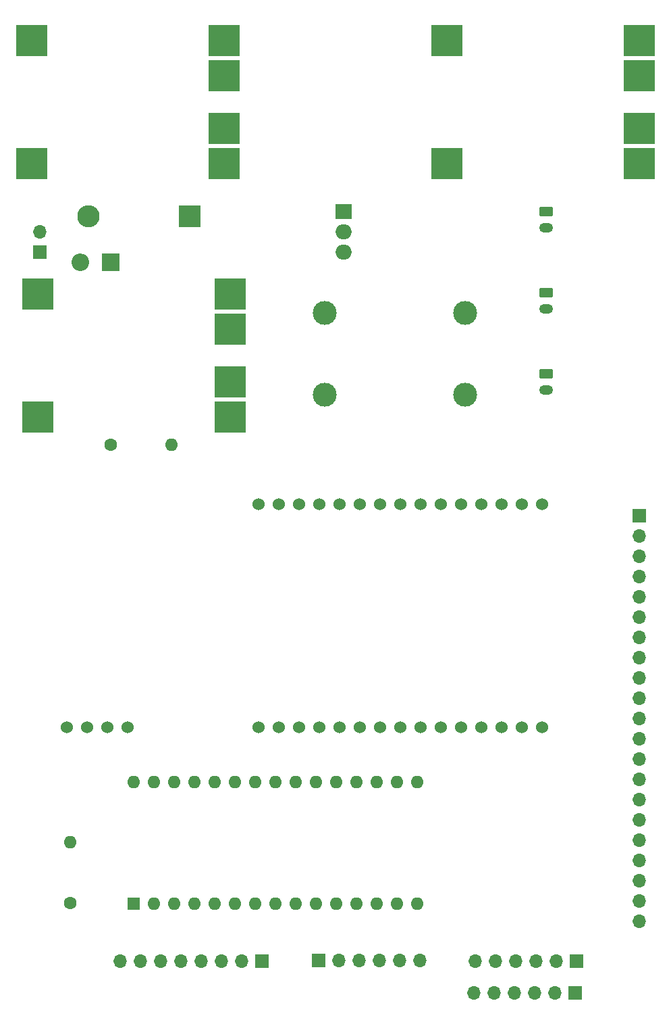
<source format=gts>
G04 #@! TF.GenerationSoftware,KiCad,Pcbnew,(6.0.9)*
G04 #@! TF.CreationDate,2023-01-12T19:49:21+01:00*
G04 #@! TF.ProjectId,vogelhuisje_kicad,766f6765-6c68-4756-9973-6a655f6b6963,rev?*
G04 #@! TF.SameCoordinates,Original*
G04 #@! TF.FileFunction,Soldermask,Top*
G04 #@! TF.FilePolarity,Negative*
%FSLAX46Y46*%
G04 Gerber Fmt 4.6, Leading zero omitted, Abs format (unit mm)*
G04 Created by KiCad (PCBNEW (6.0.9)) date 2023-01-12 19:49:21*
%MOMM*%
%LPD*%
G01*
G04 APERTURE LIST*
G04 Aperture macros list*
%AMRoundRect*
0 Rectangle with rounded corners*
0 $1 Rounding radius*
0 $2 $3 $4 $5 $6 $7 $8 $9 X,Y pos of 4 corners*
0 Add a 4 corners polygon primitive as box body*
4,1,4,$2,$3,$4,$5,$6,$7,$8,$9,$2,$3,0*
0 Add four circle primitives for the rounded corners*
1,1,$1+$1,$2,$3*
1,1,$1+$1,$4,$5*
1,1,$1+$1,$6,$7*
1,1,$1+$1,$8,$9*
0 Add four rect primitives between the rounded corners*
20,1,$1+$1,$2,$3,$4,$5,0*
20,1,$1+$1,$4,$5,$6,$7,0*
20,1,$1+$1,$6,$7,$8,$9,0*
20,1,$1+$1,$8,$9,$2,$3,0*%
G04 Aperture macros list end*
%ADD10R,1.700000X1.700000*%
%ADD11O,1.700000X1.700000*%
%ADD12R,2.200000X2.200000*%
%ADD13O,2.200000X2.200000*%
%ADD14R,4.000000X4.000000*%
%ADD15C,3.000000*%
%ADD16C,1.600000*%
%ADD17O,1.600000X1.600000*%
%ADD18RoundRect,0.250000X-0.625000X0.350000X-0.625000X-0.350000X0.625000X-0.350000X0.625000X0.350000X0*%
%ADD19O,1.750000X1.200000*%
%ADD20R,2.000000X1.905000*%
%ADD21O,2.000000X1.905000*%
%ADD22R,2.800000X2.800000*%
%ADD23O,2.800000X2.800000*%
%ADD24R,1.600000X1.600000*%
%ADD25C,1.524000*%
G04 APERTURE END LIST*
D10*
X76200000Y-81280000D03*
D11*
X76200000Y-78740000D03*
D12*
X85090000Y-82550000D03*
D13*
X81280000Y-82550000D03*
D14*
X75930000Y-86470000D03*
X75930000Y-101870000D03*
X100030000Y-86470000D03*
X100030000Y-90870000D03*
X100030000Y-97470000D03*
X100030000Y-101870000D03*
D15*
X111920000Y-88885000D03*
X111920000Y-99085000D03*
X129520000Y-88885000D03*
X129520000Y-99085000D03*
D16*
X85090000Y-105410000D03*
D17*
X92710000Y-105410000D03*
D18*
X139700000Y-96520000D03*
D19*
X139700000Y-98520000D03*
D20*
X114300000Y-76200000D03*
D21*
X114300000Y-78740000D03*
X114300000Y-81280000D03*
D10*
X143350000Y-174025000D03*
D11*
X140810000Y-174025000D03*
X138270000Y-174025000D03*
X135730000Y-174025000D03*
X133190000Y-174025000D03*
X130650000Y-174025000D03*
D16*
X80000000Y-162810000D03*
D17*
X80000000Y-155190000D03*
D22*
X95000000Y-76730000D03*
D23*
X82300000Y-76730000D03*
D10*
X104000000Y-170050000D03*
D11*
X101460000Y-170050000D03*
X98920000Y-170050000D03*
X96380000Y-170050000D03*
X93840000Y-170050000D03*
X91300000Y-170050000D03*
X88760000Y-170050000D03*
X86220000Y-170050000D03*
D18*
X139700000Y-76200000D03*
D19*
X139700000Y-78200000D03*
D24*
X87925000Y-162835000D03*
D17*
X90465000Y-162835000D03*
X93005000Y-162835000D03*
X95545000Y-162835000D03*
X98085000Y-162835000D03*
X100625000Y-162835000D03*
X103165000Y-162835000D03*
X105705000Y-162835000D03*
X108245000Y-162835000D03*
X110785000Y-162835000D03*
X113325000Y-162835000D03*
X115865000Y-162835000D03*
X118405000Y-162835000D03*
X120945000Y-162835000D03*
X123485000Y-162835000D03*
X123485000Y-147595000D03*
X120945000Y-147595000D03*
X118405000Y-147595000D03*
X115865000Y-147595000D03*
X113325000Y-147595000D03*
X110785000Y-147595000D03*
X108245000Y-147595000D03*
X105705000Y-147595000D03*
X103165000Y-147595000D03*
X100625000Y-147595000D03*
X98085000Y-147595000D03*
X95545000Y-147595000D03*
X93005000Y-147595000D03*
X90465000Y-147595000D03*
X87925000Y-147595000D03*
D14*
X75180000Y-54720000D03*
X75180000Y-70120000D03*
X99280000Y-54720000D03*
X99280000Y-59120000D03*
X99280000Y-65720000D03*
X99280000Y-70120000D03*
D10*
X151384000Y-114300000D03*
D11*
X151384000Y-116840000D03*
X151384000Y-119380000D03*
X151384000Y-121920000D03*
X151384000Y-124460000D03*
X151384000Y-127000000D03*
X151384000Y-129540000D03*
X151384000Y-132080000D03*
X151384000Y-134620000D03*
X151384000Y-137160000D03*
X151384000Y-139700000D03*
X151384000Y-142240000D03*
X151384000Y-144780000D03*
X151384000Y-147320000D03*
X151384000Y-149860000D03*
X151384000Y-152400000D03*
X151384000Y-154940000D03*
X151384000Y-157480000D03*
X151384000Y-160020000D03*
X151384000Y-162560000D03*
X151384000Y-165100000D03*
D10*
X143475000Y-170025000D03*
D11*
X140935000Y-170025000D03*
X138395000Y-170025000D03*
X135855000Y-170025000D03*
X133315000Y-170025000D03*
X130775000Y-170025000D03*
D10*
X111125000Y-170000000D03*
D11*
X113665000Y-170000000D03*
X116205000Y-170000000D03*
X118745000Y-170000000D03*
X121285000Y-170000000D03*
X123825000Y-170000000D03*
D14*
X127220000Y-54720000D03*
X127220000Y-70120000D03*
X151320000Y-54720000D03*
X151320000Y-59120000D03*
X151320000Y-65720000D03*
X151320000Y-70120000D03*
D25*
X139200000Y-112840000D03*
X136660000Y-112840000D03*
X134120000Y-112840000D03*
X131580000Y-112840000D03*
X129040000Y-112840000D03*
X126500000Y-112840000D03*
X123960000Y-112840000D03*
X121420000Y-112840000D03*
X118880000Y-112840000D03*
X116340000Y-112840000D03*
X113800000Y-112840000D03*
X111260000Y-112840000D03*
X108720000Y-112840000D03*
X106180000Y-112840000D03*
X103640000Y-112840000D03*
X139200000Y-140780000D03*
X136660000Y-140780000D03*
X134120000Y-140780000D03*
X131580000Y-140780000D03*
X129040000Y-140780000D03*
X126500000Y-140780000D03*
X123960000Y-140780000D03*
X121420000Y-140780000D03*
X118880000Y-140780000D03*
X116340000Y-140780000D03*
X113800000Y-140780000D03*
X111260000Y-140780000D03*
X108720000Y-140780000D03*
X106180000Y-140780000D03*
X103640000Y-140780000D03*
X87140000Y-140780000D03*
X84600000Y-140780000D03*
X82060000Y-140780000D03*
X79520000Y-140780000D03*
D18*
X139700000Y-86360000D03*
D19*
X139700000Y-88360000D03*
M02*

</source>
